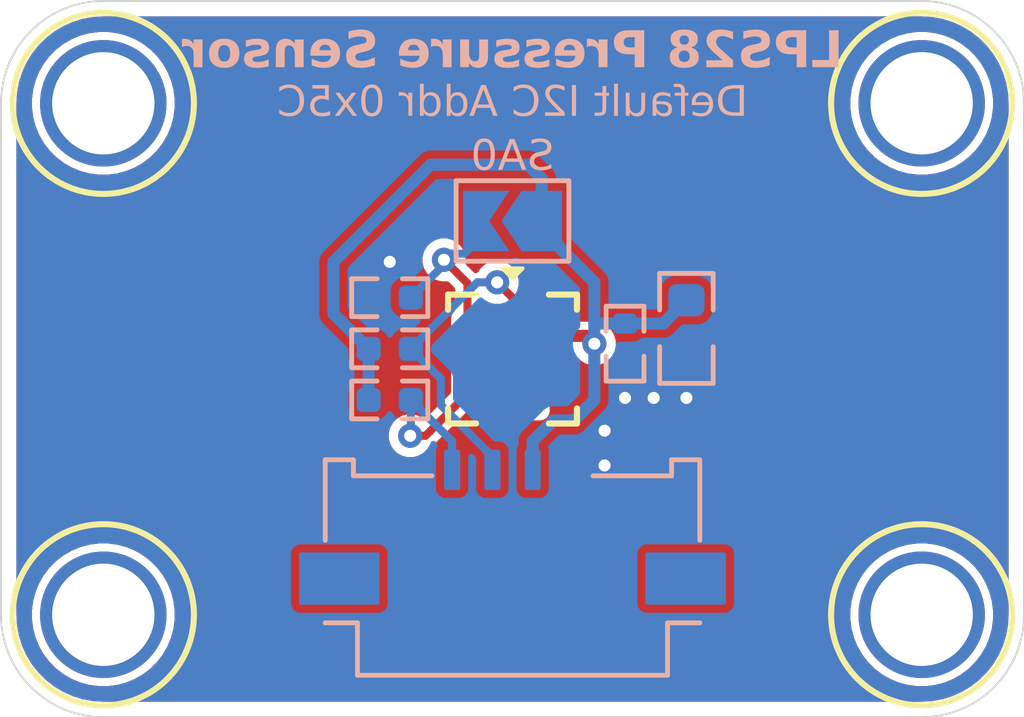
<source format=kicad_pcb>
(kicad_pcb (version 20241229) (generator "pcbnew") (generator_version "9.0")
  (title_block (title "LPS28DFW Breakout Board") (date "2025-04-23"))
  (layers (0 "F.Cu" signal) (2 "B.Cu" signal) (13 "F.Paste" user) (15 "B.Paste" user) (5 "F.SilkS" user "F.Silkscreen") (7 "B.SilkS" user "B.Silkscreen") (1 "F.Mask" user) (3 "B.Mask" user) (25 "Edge.Cuts" user))
  (net 0 "")
  (net 1 "+3V3")
  (net 2 "VSS")
  (net 3 "/SDA")
  (net 4 "/SCL")
  (net 5 "/ADDR0")
  (footprint "DS-Mounting-Holes:M2.54_PTH" (layer "F.Cu") (at 129.54 114.3)
    (property "Reference" "REF**" (hide yes))
    (property "Value" "M2.54_PTH" (hide yes))
    (fp_circle (center 0 0) (end 2.25 0) (stroke (width 0.15)) (fill no) (layer "F.SilkS"))
    (pad "" thru_hole circle (at 0 0) (size 3.14 3.14) (drill 2.54) (layers "*.Cu" "*.Mask"))
  )
  (footprint "DS-Mounting-Holes:M2.54_PTH" (layer "F.Cu") (at 149.86 101.6)
    (property "Reference" "REF**" (hide yes))
    (property "Value" "M2.54_PTH" (hide yes))
    (fp_circle (center 0 0) (end 2.25 0) (stroke (width 0.15)) (fill no) (layer "F.SilkS"))
    (pad "" thru_hole circle (at 0 0) (size 3.14 3.14) (drill 2.54) (layers "*.Cu" "*.Mask"))
  )
  (footprint "lib_fp:CCLGA7_LPS28DFWTR" (layer "F.Cu") (at 139.7 107.95 -90)
    (property "Reference" "U1" (hide yes))
    (property "Value" "LPS28DFW" (hide yes))
    (fp_line (start -1.6002 1.6002) (end -1.225598 1.6002) (stroke (width 0.1524)) (layer "F.SilkS"))
    (fp_line (start 1.225598 1.6002) (end 1.6002 1.6002) (stroke (width 0.1524)) (layer "F.SilkS"))
    (fp_line (start 1.6002 1.6002) (end 1.6002 0.904597) (stroke (width 0.1524)) (layer "F.SilkS"))
    (fp_line (start -1.6002 0.904597) (end -1.6002 1.6002) (stroke (width 0.1524)) (layer "F.SilkS"))
    (fp_line (start 1.6002 -0.904597) (end 1.6002 -1.6002) (stroke (width 0.1524)) (layer "F.SilkS"))
    (fp_line (start -1.6002 -1.6002) (end -1.6002 -0.904597) (stroke (width 0.1524)) (layer "F.SilkS"))
    (fp_line (start -1.225598 -1.6002) (end -1.6002 -1.6002) (stroke (width 0.1524)) (layer "F.SilkS"))
    (fp_line (start 1.6002 -1.6002) (end 1.225598 -1.6002) (stroke (width 0.1524)) (layer "F.SilkS"))
    (fp_poly (pts (xy -2 0) (xy -2.25 0.25) (xy -2.25 -0.25)) (stroke (width 0.1)) (fill yes) (layer "F.SilkS"))
    (pad "1" smd roundrect (at -1.1176 0) (size 1.4478 0.4064) (layers "F.Cu" "F.Mask" "F.Paste") (roundrect_rratio 0.1230314961) (net 3 "/SDA"))
    (pad "2" smd roundrect (at -0.575 1.1176 270) (size 0.9398 0.4064) (layers "F.Cu" "F.Mask" "F.Paste") (roundrect_rratio 0.1230314961) (net 5 "/ADDR0"))
    (pad "3" smd roundrect (at 0.575 1.1176 270) (size 0.9398 0.4064) (layers "F.Cu" "F.Mask" "F.Paste") (roundrect_rratio 0.1230314961) (net 4 "/SCL"))
    (pad "4" smd roundrect (at 1.1176 0) (size 1.4478 0.4064) (layers "F.Cu" "F.Mask" "F.Paste") (roundrect_rratio 0.1230314961))
    (pad "5" smd roundrect (at 0.575 -1.1176 270) (size 0.9398 0.4064) (layers "F.Cu" "F.Mask" "F.Paste") (roundrect_rratio 0.1230314961) (net 2 "VSS"))
    (pad "6" smd roundrect (at -0.575 -1.1176 270) (size 0.9398 0.4064) (layers "F.Cu" "F.Mask" "F.Paste") (roundrect_rratio 0.1230314961) (net 1 "+3V3"))
    (pad "7" smd roundrect (at 0 0 270) (size 0.9398 0.9398) (layers "F.Cu" "F.Mask" "F.Paste") (roundrect_rratio 0.05320280911) (net 2 "VSS"))
  )
  (footprint "DS-Mounting-Holes:M2.54_PTH" (layer "F.Cu") (at 129.54 101.6)
    (property "Reference" "REF**" (hide yes))
    (property "Value" "M2.54_PTH" (hide yes))
    (fp_circle (center 0 0) (end 2.25 0) (stroke (width 0.15)) (fill no) (layer "F.SilkS"))
    (pad "" thru_hole circle (at 0 0) (size 3.14 3.14) (drill 2.54) (layers "*.Cu" "*.Mask"))
  )
  (footprint "DS-Mounting-Holes:M2.54_PTH" (layer "F.Cu") (at 149.86 114.3)
    (property "Reference" "REF**" (hide yes))
    (property "Value" "M2.54_PTH" (hide yes))
    (fp_circle (center 0 0) (end 2.25 0) (stroke (width 0.15)) (fill no) (layer "F.SilkS"))
    (pad "" thru_hole circle (at 0 0) (size 3.14 3.14) (drill 2.54) (layers "*.Cu" "*.Mask"))
  )
  (footprint "lib_fp:CRCW0402" (layer "B.Cu") (at 136.652 107.696)
    (property "Reference" "R2" (hide yes))
    (property "Value" "10K" (hide yes))
    (fp_line (start -0.945 -0.47) (end -0.945 0.47) (stroke (width 0.12)) (layer "B.SilkS"))
    (fp_line (start -0.945 0.47) (end -0.315 0.47) (stroke (width 0.12)) (layer "B.SilkS"))
    (fp_line (start -0.315 -0.47) (end -0.945 -0.47) (stroke (width 0.12)) (layer "B.SilkS"))
    (fp_line (start 0.315 -0.47) (end 0.945 -0.47) (stroke (width 0.12)) (layer "B.SilkS"))
    (fp_line (start 0.945 -0.47) (end 0.945 0.47) (stroke (width 0.12)) (layer "B.SilkS"))
    (fp_line (start 0.945 0.47) (end 0.315 0.47) (stroke (width 0.12)) (layer "B.SilkS"))
    (pad "1" smd roundrect (at -0.525 0) (size 0.6 0.6) (layers "B.Cu" "B.Mask" "B.Paste") (net 1 "+3V3"))
    (pad "2" smd roundrect (at 0.525 0) (size 0.6 0.6) (layers "B.Cu" "B.Mask" "B.Paste") (net 3 "/SDA"))
  )
  (footprint "lib_fp:CRCW0402" (layer "B.Cu") (at 136.652 106.426 180)
    (property "Reference" "R1" (hide yes))
    (property "Value" "10K" (hide yes))
    (fp_line (start 0.945 0.47) (end 0.315 0.47) (stroke (width 0.12)) (layer "B.SilkS"))
    (fp_line (start 0.945 -0.47) (end 0.945 0.47) (stroke (width 0.12)) (layer "B.SilkS"))
    (fp_line (start 0.315 -0.47) (end 0.945 -0.47) (stroke (width 0.12)) (layer "B.SilkS"))
    (fp_line (start -0.315 -0.47) (end -0.945 -0.47) (stroke (width 0.12)) (layer "B.SilkS"))
    (fp_line (start -0.945 0.47) (end -0.315 0.47) (stroke (width 0.12)) (layer "B.SilkS"))
    (fp_line (start -0.945 -0.47) (end -0.945 0.47) (stroke (width 0.12)) (layer "B.SilkS"))
    (pad "1" smd roundrect (at -0.525 0 180) (size 0.6 0.6) (layers "B.Cu" "B.Mask" "B.Paste") (net 5 "/ADDR0"))
    (pad "2" smd roundrect (at 0.525 0 180) (size 0.6 0.6) (layers "B.Cu" "B.Mask" "B.Paste") (net 2 "VSS"))
  )
  (footprint "lib_fp:GRT0603" (layer "B.Cu") (at 144.018 107.188 -90)
    (property "Reference" "C1" (hide yes))
    (property "Value" "1uF" (hide yes))
    (fp_line (start -1.365 0.665) (end -0.455 0.665) (stroke (width 0.12)) (layer "B.SilkS"))
    (fp_line (start 1.365 0.665) (end 0.455 0.665) (stroke (width 0.12)) (layer "B.SilkS"))
    (fp_line (start -1.365 -0.665) (end -1.365 0.665) (stroke (width 0.12)) (layer "B.SilkS"))
    (fp_line (start -0.455 -0.665) (end -1.365 -0.665) (stroke (width 0.12)) (layer "B.SilkS"))
    (fp_line (start 0.455 -0.665) (end 1.365 -0.665) (stroke (width 0.12)) (layer "B.SilkS"))
    (fp_line (start 1.365 -0.665) (end 1.365 0.665) (stroke (width 0.12)) (layer "B.SilkS"))
    (pad "1" smd roundrect (at -0.7 0 270) (size 0.8 0.9) (layers "B.Cu" "B.Mask" "B.Paste") (net 1 "+3V3"))
    (pad "2" smd roundrect (at 0.7 0 270) (size 0.8 0.9) (layers "B.Cu" "B.Mask" "B.Paste") (net 2 "VSS"))
  )
  (footprint "lib_fp:SolderJumper-2_P1.3mm_Open_TrianglePad1.0x1.5mm" (layer "B.Cu") (at 139.7 104.521 180)
    (property "Reference" "JP1" (hide yes))
    (property "Value" "~" (hide yes))
    (fp_line (start 1.4 1) (end 1.4 -1) (stroke (width 0.12)) (layer "B.SilkS"))
    (fp_line (start 1.4 -1) (end -1.4 -1) (stroke (width 0.12)) (layer "B.SilkS"))
    (fp_line (start -1.4 1) (end 1.4 1) (stroke (width 0.12)) (layer "B.SilkS"))
    (fp_line (start -1.4 -1) (end -1.4 1) (stroke (width 0.12)) (layer "B.SilkS"))
    (pad "1" smd custom (at -0.725 0 180) (size 0.3 0.3) (layers "B.Cu" "B.Mask") (net 1 "+3V3") (options (clearance outline) (anchor rect)) (primitives (gr_poly (pts (xy -0.5 0.75) (xy 0.5 0.75) (xy 1 0) (xy 0.5 -0.75) (xy -0.5 -0.75)) (width 0) (fill yes))))
    (pad "2" smd custom (at 0.725 0 180) (size 0.3 0.3) (layers "B.Cu" "B.Mask") (net 5 "/ADDR0") (options (clearance outline) (anchor rect)) (primitives (gr_poly (pts (xy -0.65 0.75) (xy 0.5 0.75) (xy 0.5 -0.75) (xy -0.65 -0.75) (xy -0.15 0)) (width 0) (fill yes))))
  )
  (footprint "lib_fp:GCM0402" (layer "B.Cu") (at 142.494 107.569 -90)
    (property "Reference" "C2" (hide yes))
    (property "Value" "100nF" (hide yes))
    (fp_line (start -0.93 0.47) (end -0.31 0.47) (stroke (width 0.12)) (layer "B.SilkS"))
    (fp_line (start 0.93 0.47) (end 0.31 0.47) (stroke (width 0.12)) (layer "B.SilkS"))
    (fp_line (start -0.93 -0.47) (end -0.93 0.47) (stroke (width 0.12)) (layer "B.SilkS"))
    (fp_line (start -0.31 -0.47) (end -0.93 -0.47) (stroke (width 0.12)) (layer "B.SilkS"))
    (fp_line (start 0.31 -0.47) (end 0.93 -0.47) (stroke (width 0.12)) (layer "B.SilkS"))
    (fp_line (start 0.93 -0.47) (end 0.93 0.47) (stroke (width 0.12)) (layer "B.SilkS"))
    (pad "1" smd roundrect (at -0.5 0 270) (size 0.5 0.6) (layers "B.Cu" "B.Mask" "B.Paste") (net 1 "+3V3"))
    (pad "2" smd roundrect (at 0.5 0 270) (size 0.5 0.6) (layers "B.Cu" "B.Mask" "B.Paste") (net 2 "VSS"))
  )
  (footprint "lib_fp:CRCW0402" (layer "B.Cu") (at 136.652 108.966)
    (property "Reference" "R3" (hide yes))
    (property "Value" "10K" (hide yes))
    (fp_line (start -0.945 -0.47) (end -0.945 0.47) (stroke (width 0.12)) (layer "B.SilkS"))
    (fp_line (start -0.945 0.47) (end -0.315 0.47) (stroke (width 0.12)) (layer "B.SilkS"))
    (fp_line (start -0.315 -0.47) (end -0.945 -0.47) (stroke (width 0.12)) (layer "B.SilkS"))
    (fp_line (start 0.315 -0.47) (end 0.945 -0.47) (stroke (width 0.12)) (layer "B.SilkS"))
    (fp_line (start 0.945 -0.47) (end 0.945 0.47) (stroke (width 0.12)) (layer "B.SilkS"))
    (fp_line (start 0.945 0.47) (end 0.315 0.47) (stroke (width 0.12)) (layer "B.SilkS"))
    (pad "1" smd roundrect (at -0.525 0) (size 0.6 0.6) (layers "B.Cu" "B.Mask" "B.Paste") (net 1 "+3V3"))
    (pad "2" smd roundrect (at 0.525 0) (size 0.6 0.6) (layers "B.Cu" "B.Mask" "B.Paste") (net 4 "/SCL"))
  )
  (footprint "lib_fp:2005280040" (layer "B.Cu") (at 139.7 110.7 180)
    (property "Reference" "J1" (hide yes))
    (property "Value" "2005280040" (hide yes))
    (fp_line (start 4.65 0.25) (end 4.65 -1.75) (stroke (width 0.12)) (layer "B.SilkS"))
    (fp_line (start 3.95 0.25) (end 4.65 0.25) (stroke (width 0.12)) (layer "B.SilkS"))
    (fp_line (start 3.95 -0.15) (end 3.95 0.25) (stroke (width 0.12)) (layer "B.SilkS"))
    (fp_line (start 3.85 -3.8) (end 4.65 -3.8) (stroke (width 0.12)) (layer "B.SilkS"))
    (fp_line (start 3.85 -5.1) (end 3.85 -3.8) (stroke (width 0.12)) (layer "B.SilkS"))
    (fp_line (start 2 -0.15) (end 3.95 -0.15) (stroke (width 0.12)) (layer "B.SilkS"))
    (fp_line (start -3.85 -3.8) (end -3.85 -5.1) (stroke (width 0.12)) (layer "B.SilkS"))
    (fp_line (start -3.85 -5.1) (end 3.85 -5.1) (stroke (width 0.12)) (layer "B.SilkS"))
    (fp_line (start -3.95 0.25) (end -3.95 -0.15) (stroke (width 0.12)) (layer "B.SilkS"))
    (fp_line (start -3.95 -0.15) (end -2 -0.15) (stroke (width 0.12)) (layer "B.SilkS"))
    (fp_line (start -4.65 0.25) (end -3.95 0.25) (stroke (width 0.12)) (layer "B.SilkS"))
    (fp_line (start -4.65 0.25) (end -4.65 -1.75) (stroke (width 0.12)) (layer "B.SilkS"))
    (fp_line (start -4.65 -3.8) (end -3.85 -3.8) (stroke (width 0.12)) (layer "B.SilkS"))
    (pad "" smd roundrect (at -4.3 -2.7 180) (size 2 1.3) (layers "B.Cu" "B.Mask" "B.Paste") (roundrect_rratio 0.03846153846))
    (pad "" smd roundrect (at 4.3 -2.7 180) (size 2 1.3) (layers "B.Cu" "B.Mask" "B.Paste") (roundrect_rratio 0.03846153846))
    (pad "1" smd roundrect (at -1.5 0 180) (size 0.4 1) (layers "B.Cu" "B.Mask" "B.Paste") (roundrect_rratio 0.125) (net 2 "VSS"))
    (pad "2" smd roundrect (at -0.5 0 180) (size 0.4 1) (layers "B.Cu" "B.Mask" "B.Paste") (roundrect_rratio 0.125) (net 1 "+3V3"))
    (pad "3" smd roundrect (at 0.5 0 180) (size 0.4 1) (layers "B.Cu" "B.Mask" "B.Paste") (roundrect_rratio 0.125) (net 3 "/SDA"))
    (pad "4" smd roundrect (at 1.5 0 180) (size 0.4 1) (layers "B.Cu" "B.Mask" "B.Paste") (roundrect_rratio 0.125) (net 4 "/SCL"))
  )
  (gr_arc (start 129.54 116.84) (mid 127.743949 116.096051) (end 127 114.3) (stroke (width 0.05)) (layer "Edge.Cuts"))
  (gr_line (start 127 114.3) (end 127 101.6) (stroke (width 0.05)) (layer "Edge.Cuts"))
  (gr_arc (start 149.86 99.06) (mid 151.656051 99.803949) (end 152.4 101.6) (stroke (width 0.05)) (layer "Edge.Cuts"))
  (gr_line (start 129.54 99.06) (end 149.86 99.06) (stroke (width 0.05)) (layer "Edge.Cuts"))
  (gr_arc (start 152.4 114.3) (mid 151.656051 116.096051) (end 149.86 116.84) (stroke (width 0.05)) (layer "Edge.Cuts"))
  (gr_line (start 149.86 116.84) (end 129.54 116.84) (stroke (width 0.05)) (layer "Edge.Cuts"))
  (gr_arc (start 127 101.6) (mid 127.743949 99.803949) (end 129.54 99.06) (stroke (width 0.05)) (layer "Edge.Cuts"))
  (gr_line (start 152.4 101.6) (end 152.4 114.3) (stroke (width 0.05)) (layer "Edge.Cuts"))
  (gr_text "SA0" (at 139.7 103.378 0) (layer "B.SilkS") (effects (font (size 0.75 0.75) (thickness 0.09375)) (justify bottom mirror)))
  (gr_text "Default I2C Addr 0x5C" (at 139.7 101.6 0) (layer "B.SilkS") (effects (font (size 0.75 0.75) (thickness 0.09375)) (justify mirror)))
  (gr_text "LPS28 Pressure Sensor" (at 139.7 100.33 0) (layer "B.SilkS") (effects (font (size 0.9 0.9) (thickness 0.2) (bold yes)) (justify mirror)))
  (segment (start 141.538 107.375) (end 141.732 107.569) (width 0.3) (layer "F.Cu") (net 1))
  (segment (start 140.8176 107.375) (end 141.538 107.375) (width 0.3) (layer "F.Cu") (net 1))
  (via (at 141.732 107.569) (size 0.6) (drill 0.3) (layers "F.Cu" "B.Cu") (net 1))
  (segment (start 140.2 109.99) (end 140.716 109.474) (width 0.3) (layer "B.Cu") (net 1))
  (segment (start 141.732 107.569) (end 141.732 106.045) (width 0.3) (layer "B.Cu") (net 1))
  (segment (start 141.224 109.474) (end 141.732 108.966) (width 0.3) (layer "B.Cu") (net 1))
  (segment (start 140.2 110.7) (end 140.2 109.99) (width 0.3) (layer "B.Cu") (net 1))
  (segment (start 140.081 103.124) (end 140.425 103.468) (width 0.3) (layer "B.Cu") (net 1))
  (segment (start 142.494 107.069) (end 143.437 107.069) (width 0.3) (layer "B.Cu") (net 1))
  (segment (start 141.732 108.966) (end 141.732 107.569) (width 0.3) (layer "B.Cu") (net 1))
  (segment (start 140.716 109.474) (end 141.224 109.474) (width 0.3) (layer "B.Cu") (net 1))
  (segment (start 135.255 105.537) (end 137.668 103.124) (width 0.3) (layer "B.Cu") (net 1))
  (segment (start 136.127 108.966) (end 136.127 107.696) (width 0.3) (layer "B.Cu") (net 1))
  (segment (start 141.732 106.045) (end 140.425 104.738) (width 0.3) (layer "B.Cu") (net 1))
  (segment (start 135.255 106.824) (end 135.255 105.537) (width 0.3) (layer "B.Cu") (net 1))
  (segment (start 143.437 107.069) (end 144.018 106.488) (width 0.3) (layer "B.Cu") (net 1))
  (segment (start 140.425 104.738) (end 140.425 104.521) (width 0.3) (layer "B.Cu") (net 1))
  (segment (start 140.425 103.468) (end 140.425 104.521) (width 0.3) (layer "B.Cu") (net 1))
  (segment (start 136.127 107.696) (end 135.255 106.824) (width 0.3) (layer "B.Cu") (net 1))
  (segment (start 141.732 107.069) (end 142.494 107.069) (width 0.3) (layer "B.Cu") (net 1))
  (segment (start 137.668 103.124) (end 140.081 103.124) (width 0.3) (layer "B.Cu") (net 1))
  (via (at 142.494 108.9152) (size 0.6) (drill 0.3) (layers "F.Cu" "B.Cu") (net 2))
  (via (at 144.018 108.9152) (size 0.6) (drill 0.3) (layers "F.Cu" "B.Cu") (net 2))
  (via (at 141.986 109.728) (size 0.6) (drill 0.3) (layers "F.Cu" "B.Cu") (net 2))
  (via (at 143.2052 108.9152) (size 0.6) (drill 0.3) (layers "F.Cu" "B.Cu") (net 2))
  (via (at 141.986 110.5916) (size 0.6) (drill 0.3) (layers "F.Cu" "B.Cu") (net 2))
  (via (at 136.652 105.537) (size 0.6) (drill 0.3) (layers "F.Cu" "B.Cu") (net 2))
  (segment (start 139.319 106.045) (end 139.7 106.426) (width 0.2) (layer "F.Cu") (net 3))
  (segment (start 139.7 106.426) (end 139.7 106.8324) (width 0.2) (layer "F.Cu") (net 3))
  (via (at 139.319 106.045) (size 0.6) (drill 0.3) (layers "F.Cu" "B.Cu") (net 3))
  (segment (start 137.922 108.441) (end 137.177 107.696) (width 0.2) (layer "B.Cu") (net 3))
  (segment (start 139.2 110.7) (end 139.2 110.371) (width 0.2) (layer "B.Cu") (net 3))
  (segment (start 137.922 109.093) (end 137.922 108.441) (width 0.2) (layer "B.Cu") (net 3))
  (segment (start 138.828 106.045) (end 137.177 107.696) (width 0.2) (layer "B.Cu") (net 3))
  (segment (start 139.2 110.371) (end 137.922 109.093) (width 0.2) (layer "B.Cu") (net 3))
  (segment (start 139.319 106.045) (end 138.828 106.045) (width 0.2) (layer "B.Cu") (net 3))
  (segment (start 137.16 109.855) (end 137.541 109.855) (width 0.2) (layer "F.Cu") (net 4))
  (segment (start 137.541 109.855) (end 138.5824 108.8136) (width 0.2) (layer "F.Cu") (net 4))
  (segment (start 138.5824 108.8136) (end 138.5824 108.525) (width 0.2) (layer "F.Cu") (net 4))
  (via (at 137.16 109.855) (size 0.6) (drill 0.3) (layers "F.Cu" "B.Cu") (net 4))
  (segment (start 138.2 110.7) (end 138.2 109.989) (width 0.2) (layer "B.Cu") (net 4))
  (segment (start 137.177 109.838) (end 137.16 109.855) (width 0.2) (layer "B.Cu") (net 4))
  (segment (start 138.2 109.989) (end 137.177 108.966) (width 0.2) (layer "B.Cu") (net 4))
  (segment (start 137.177 108.966) (end 137.177 109.838) (width 0.2) (layer "B.Cu") (net 4))
  (segment (start 137.9982 105.4862) (end 138.5824 106.0704) (width 0.2) (layer "F.Cu") (net 5))
  (segment (start 138.5824 106.0704) (end 138.5824 107.375) (width 0.2) (layer "F.Cu") (net 5))
  (via (at 137.9982 105.4862) (size 0.6) (drill 0.3) (layers "F.Cu" "B.Cu") (net 5))
  (segment (start 138.975 104.902) (end 138.975 105.009) (width 0.2) (layer "B.Cu") (net 5))
  (segment (start 137.287 106.316) (end 137.287 106.299) (width 0.2) (layer "B.Cu") (net 5))
  (segment (start 137.9982 105.4862) (end 137.9982 105.6048) (width 0.2) (layer "B.Cu") (net 5))
  (segment (start 138.1506 105.3338) (end 138.5062 105.3338) (width 0.2) (layer "B.Cu") (net 5))
  (segment (start 137.9982 105.6048) (end 137.177 106.426) (width 0.2) (layer "B.Cu") (net 5))
  (segment (start 138.5062 105.3338) (end 138.684 105.156) (width 0.2) (layer "B.Cu") (net 5))
  (segment (start 137.9982 105.4862) (end 138.1506 105.3338) (width 0.2) (layer "B.Cu") (net 5))
  (zone (net 2) (net_name "VSS") (layers "F.Cu" "B.Cu") (connect_pads yes (clearance 0.1524)) (min_thickness 0.1524) (fill yes (thermal_gap 0.5) (thermal_bridge_width 0.5))
    (polygon (pts (xy 127 99.06) (xy 127 116.84) (xy 152.4 116.84) (xy 152.4 99.06)))
  )
)
</source>
